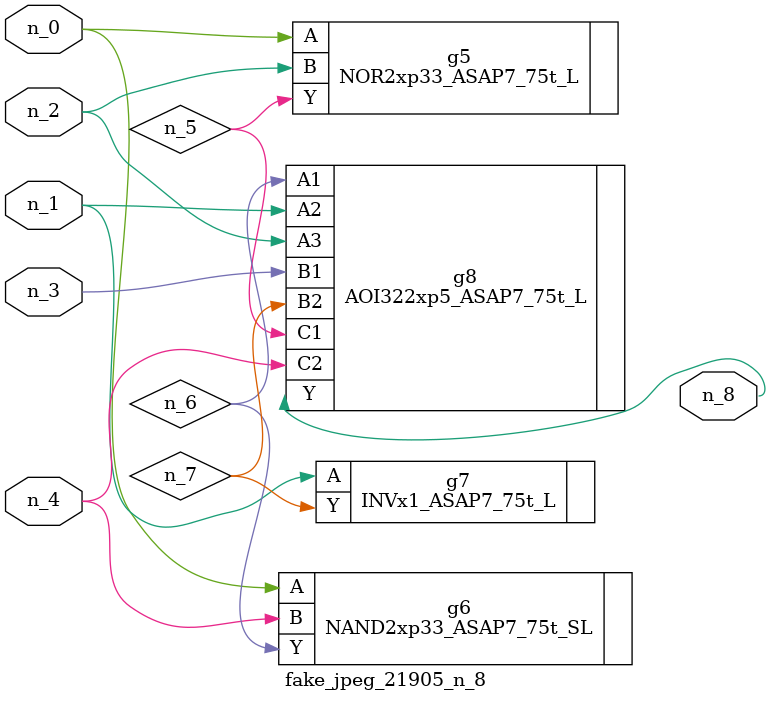
<source format=v>
module fake_jpeg_21905_n_8 (n_3, n_2, n_1, n_0, n_4, n_8);

input n_3;
input n_2;
input n_1;
input n_0;
input n_4;

output n_8;

wire n_6;
wire n_5;
wire n_7;

NOR2xp33_ASAP7_75t_L g5 ( 
.A(n_0),
.B(n_2),
.Y(n_5)
);

NAND2xp33_ASAP7_75t_SL g6 ( 
.A(n_0),
.B(n_4),
.Y(n_6)
);

INVx1_ASAP7_75t_L g7 ( 
.A(n_1),
.Y(n_7)
);

AOI322xp5_ASAP7_75t_L g8 ( 
.A1(n_6),
.A2(n_1),
.A3(n_2),
.B1(n_3),
.B2(n_7),
.C1(n_5),
.C2(n_4),
.Y(n_8)
);


endmodule
</source>
